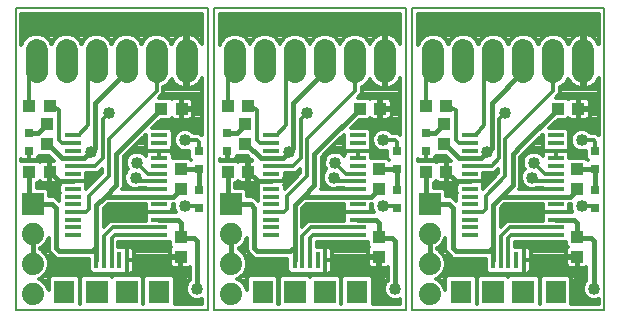
<source format=gtl>
G75*
%MOIN*%
%OFA0B0*%
%FSLAX24Y24*%
%IPPOS*%
%LPD*%
%AMOC8*
5,1,8,0,0,1.08239X$1,22.5*
%
%ADD10C,0.0050*%
%ADD11C,0.0740*%
%ADD12R,0.0740X0.0740*%
%ADD13C,0.0740*%
%ADD14R,0.0433X0.0394*%
%ADD15R,0.0394X0.0433*%
%ADD16R,0.0315X0.0315*%
%ADD17R,0.0138X0.0551*%
%ADD18R,0.0709X0.0748*%
%ADD19R,0.0748X0.0748*%
%ADD20R,0.0550X0.0137*%
%ADD21C,0.0140*%
%ADD22C,0.0160*%
%ADD23C,0.0400*%
%ADD24C,0.0120*%
D10*
X000203Y000628D02*
X006603Y000628D01*
X006603Y010678D01*
X000203Y010678D01*
X000203Y000628D01*
X006818Y000628D02*
X013218Y000628D01*
X013218Y010678D01*
X006818Y010678D01*
X006818Y000628D01*
X013432Y000628D02*
X019832Y000628D01*
X019832Y010678D01*
X013432Y010678D01*
X013432Y000628D01*
D11*
X014134Y008538D02*
X014134Y009278D01*
X015134Y009278D02*
X015134Y008538D01*
X016134Y008538D02*
X016134Y009278D01*
X017134Y009278D02*
X017134Y008538D01*
X018134Y008538D02*
X018134Y009278D01*
X019134Y009278D02*
X019134Y008538D01*
X012520Y008538D02*
X012520Y009278D01*
X011520Y009278D02*
X011520Y008538D01*
X010520Y008538D02*
X010520Y009278D01*
X009520Y009278D02*
X009520Y008538D01*
X008520Y008538D02*
X008520Y009278D01*
X007520Y009278D02*
X007520Y008538D01*
X005905Y008538D02*
X005905Y009278D01*
X004905Y009278D02*
X004905Y008538D01*
X003905Y008538D02*
X003905Y009278D01*
X002905Y009278D02*
X002905Y008538D01*
X001905Y008538D02*
X001905Y009278D01*
X000905Y009278D02*
X000905Y008538D01*
D12*
X000774Y004154D03*
X007389Y004154D03*
X014003Y004154D03*
D13*
X014003Y003154D03*
X014003Y002154D03*
X014003Y001154D03*
X007389Y001154D03*
X007389Y002154D03*
X007389Y003154D03*
X000774Y003154D03*
X000774Y002154D03*
X000774Y001154D03*
D14*
X000669Y005228D03*
X001338Y005228D03*
X005069Y007328D03*
X005738Y007328D03*
X007283Y007428D03*
X007952Y007428D03*
X011683Y007328D03*
X012352Y007328D03*
X013897Y007428D03*
X014566Y007428D03*
X018297Y007328D03*
X018966Y007328D03*
X014566Y005228D03*
X013897Y005228D03*
X007952Y005228D03*
X007283Y005228D03*
X001338Y007428D03*
X000669Y007428D03*
D15*
X001253Y006812D03*
X001253Y006143D03*
X005703Y005312D03*
X005703Y004643D03*
X005703Y003062D03*
X005703Y002393D03*
X012318Y002393D03*
X012318Y003062D03*
X012318Y004643D03*
X012318Y005312D03*
X014482Y006143D03*
X014482Y006812D03*
X018932Y005312D03*
X018932Y004643D03*
X018932Y003062D03*
X018932Y002393D03*
X007868Y006143D03*
X007868Y006812D03*
D16*
X007268Y006523D03*
X007268Y005932D03*
X006303Y005923D03*
X006303Y005332D03*
X006303Y004623D03*
X006303Y004032D03*
X000653Y005932D03*
X000653Y006523D03*
X012918Y005923D03*
X012918Y005332D03*
X013882Y005932D03*
X013882Y006523D03*
X012918Y004623D03*
X012918Y004032D03*
X019532Y004032D03*
X019532Y004623D03*
X019532Y005332D03*
X019532Y005923D03*
D17*
X017144Y002271D03*
X016888Y002271D03*
X016632Y002271D03*
X016376Y002271D03*
X016120Y002271D03*
X010529Y002271D03*
X010274Y002271D03*
X010018Y002271D03*
X009762Y002271D03*
X009506Y002271D03*
X003915Y002271D03*
X003659Y002271D03*
X003403Y002271D03*
X003148Y002271D03*
X002892Y002271D03*
D18*
X001829Y001228D03*
X004978Y001228D03*
X008443Y001228D03*
X011592Y001228D03*
X015057Y001228D03*
X018207Y001228D03*
D19*
X017132Y001228D03*
X016132Y001228D03*
X010518Y001228D03*
X009518Y001228D03*
X003903Y001228D03*
X002903Y001228D03*
D20*
X002114Y003114D03*
X002114Y003370D03*
X002114Y003626D03*
X002114Y003882D03*
X002114Y004138D03*
X002114Y004394D03*
X002114Y004650D03*
X002114Y004906D03*
X002114Y005161D03*
X002114Y005417D03*
X002114Y005673D03*
X002114Y005929D03*
X002114Y006185D03*
X002114Y006441D03*
X004993Y006441D03*
X004993Y006185D03*
X004993Y005929D03*
X004993Y005673D03*
X004993Y005417D03*
X004993Y005161D03*
X004993Y004906D03*
X004993Y004650D03*
X004993Y004394D03*
X004993Y004138D03*
X004993Y003882D03*
X004993Y003626D03*
X004993Y003370D03*
X004993Y003114D03*
X008728Y003114D03*
X008728Y003370D03*
X008728Y003626D03*
X008728Y003882D03*
X008728Y004138D03*
X008728Y004394D03*
X008728Y004650D03*
X008728Y004906D03*
X008728Y005161D03*
X008728Y005417D03*
X008728Y005673D03*
X008728Y005929D03*
X008728Y006185D03*
X008728Y006441D03*
X011607Y006441D03*
X011607Y006185D03*
X011607Y005929D03*
X011607Y005673D03*
X011607Y005417D03*
X011607Y005161D03*
X011607Y004906D03*
X011607Y004650D03*
X011607Y004394D03*
X011607Y004138D03*
X011607Y003882D03*
X011607Y003626D03*
X011607Y003370D03*
X011607Y003114D03*
X015342Y003114D03*
X015342Y003370D03*
X015342Y003626D03*
X015342Y003882D03*
X015342Y004138D03*
X015342Y004394D03*
X015342Y004650D03*
X015342Y004906D03*
X015342Y005161D03*
X015342Y005417D03*
X015342Y005673D03*
X015342Y005929D03*
X015342Y006185D03*
X015342Y006441D03*
X018221Y006441D03*
X018221Y006185D03*
X018221Y005929D03*
X018221Y005673D03*
X018221Y005417D03*
X018221Y005161D03*
X018221Y004906D03*
X018221Y004650D03*
X018221Y004394D03*
X018221Y004138D03*
X018221Y003882D03*
X018221Y003626D03*
X018221Y003370D03*
X018221Y003114D03*
D21*
X018565Y002876D02*
X017876Y002876D01*
X017854Y002898D01*
X016862Y002898D01*
X016862Y002716D01*
X017027Y002716D01*
X017032Y002711D01*
X017052Y002716D01*
X017144Y002716D01*
X017144Y002271D01*
X017383Y002271D01*
X017383Y002569D01*
X017371Y002612D01*
X017349Y002651D01*
X017317Y002682D01*
X017278Y002705D01*
X017235Y002716D01*
X017144Y002716D01*
X017144Y002271D01*
X017144Y002271D01*
X017144Y002271D01*
X017383Y002271D01*
X017383Y001973D01*
X017371Y001930D01*
X017349Y001891D01*
X017317Y001859D01*
X017278Y001837D01*
X017235Y001825D01*
X017144Y001825D01*
X017144Y002271D01*
X017144Y002271D01*
X017144Y001825D01*
X017052Y001825D01*
X017032Y001831D01*
X017027Y001825D01*
X015981Y001825D01*
X015881Y001925D01*
X015881Y002194D01*
X015870Y002221D01*
X015870Y002328D01*
X014832Y002328D01*
X014740Y002366D01*
X014670Y002436D01*
X014570Y002536D01*
X014532Y002628D01*
X014532Y003020D01*
X014460Y002848D01*
X014309Y002696D01*
X014253Y002673D01*
X014253Y002634D01*
X014309Y002611D01*
X014460Y002459D01*
X014543Y002261D01*
X014543Y002046D01*
X014460Y001848D01*
X014309Y001696D01*
X014207Y001654D01*
X014309Y001611D01*
X014460Y001459D01*
X014533Y001285D01*
X014533Y001672D01*
X014632Y001772D01*
X015482Y001772D01*
X015581Y001672D01*
X015581Y000823D01*
X015588Y000823D01*
X015588Y001672D01*
X015687Y001772D01*
X016576Y001772D01*
X016632Y001716D01*
X016687Y001772D01*
X017576Y001772D01*
X017676Y001672D01*
X017676Y000823D01*
X017682Y000823D01*
X017682Y001672D01*
X017782Y001772D01*
X018631Y001772D01*
X018731Y001672D01*
X018731Y000823D01*
X019637Y000823D01*
X019637Y000991D01*
X019555Y000958D01*
X019408Y000958D01*
X019272Y001014D01*
X019168Y001118D01*
X019112Y001254D01*
X019112Y001401D01*
X019168Y001537D01*
X019232Y001601D01*
X019232Y002040D01*
X019194Y002018D01*
X019151Y002006D01*
X018960Y002006D01*
X018960Y002364D01*
X018903Y002364D01*
X018903Y002006D01*
X018713Y002006D01*
X018669Y002018D01*
X018631Y002040D01*
X018599Y002072D01*
X018577Y002111D01*
X018565Y002154D01*
X018565Y002364D01*
X018903Y002364D01*
X018903Y002421D01*
X018565Y002421D01*
X018565Y002632D01*
X018577Y002675D01*
X018599Y002714D01*
X018613Y002728D01*
X018565Y002775D01*
X018565Y002876D01*
X018565Y002844D02*
X016862Y002844D01*
X017144Y002705D02*
X017144Y002705D01*
X017277Y002705D02*
X018594Y002705D01*
X018565Y002567D02*
X017383Y002567D01*
X017383Y002428D02*
X018565Y002428D01*
X018565Y002290D02*
X017383Y002290D01*
X017144Y002290D02*
X017144Y002290D01*
X017144Y002428D02*
X017144Y002428D01*
X017144Y002567D02*
X017144Y002567D01*
X017144Y002151D02*
X017144Y002151D01*
X017144Y002013D02*
X017144Y002013D01*
X017144Y001874D02*
X017144Y001874D01*
X017332Y001874D02*
X019232Y001874D01*
X019232Y002013D02*
X019174Y002013D01*
X018960Y002013D02*
X018903Y002013D01*
X018903Y002151D02*
X018960Y002151D01*
X018690Y002013D02*
X017383Y002013D01*
X017383Y002151D02*
X018566Y002151D01*
X018903Y002290D02*
X018960Y002290D01*
X019232Y001736D02*
X018667Y001736D01*
X018731Y001597D02*
X019228Y001597D01*
X019136Y001459D02*
X018731Y001459D01*
X018731Y001320D02*
X019112Y001320D01*
X019142Y001182D02*
X018731Y001182D01*
X018731Y001043D02*
X019243Y001043D01*
X019637Y000905D02*
X018731Y000905D01*
X017682Y000905D02*
X017676Y000905D01*
X017676Y001043D02*
X017682Y001043D01*
X017676Y001182D02*
X017682Y001182D01*
X017676Y001320D02*
X017682Y001320D01*
X017676Y001459D02*
X017682Y001459D01*
X017676Y001597D02*
X017682Y001597D01*
X017746Y001736D02*
X017612Y001736D01*
X016651Y001736D02*
X016612Y001736D01*
X015932Y001874D02*
X014471Y001874D01*
X014529Y002013D02*
X015881Y002013D01*
X015881Y002151D02*
X014543Y002151D01*
X014531Y002290D02*
X015870Y002290D01*
X015651Y001736D02*
X015518Y001736D01*
X015581Y001597D02*
X015588Y001597D01*
X015581Y001459D02*
X015588Y001459D01*
X015581Y001320D02*
X015588Y001320D01*
X015581Y001182D02*
X015588Y001182D01*
X015581Y001043D02*
X015588Y001043D01*
X015581Y000905D02*
X015588Y000905D01*
X014533Y001320D02*
X014518Y001320D01*
X014533Y001459D02*
X014461Y001459D01*
X014533Y001597D02*
X014323Y001597D01*
X014348Y001736D02*
X014596Y001736D01*
X014678Y002428D02*
X014473Y002428D01*
X014557Y002567D02*
X014353Y002567D01*
X014318Y002705D02*
X014532Y002705D01*
X014532Y002844D02*
X014456Y002844D01*
X014516Y002982D02*
X014532Y002982D01*
X016370Y003391D02*
X016370Y004012D01*
X016502Y004144D01*
X017776Y004144D01*
X017776Y003999D01*
X017782Y003993D01*
X017776Y003973D01*
X017776Y003882D01*
X018221Y003882D01*
X018221Y003882D01*
X017776Y003882D01*
X017776Y003791D01*
X017782Y003770D01*
X017776Y003765D01*
X017776Y003600D01*
X016579Y003600D01*
X016444Y003465D01*
X016370Y003391D01*
X016370Y003398D02*
X016377Y003398D01*
X016370Y003536D02*
X016515Y003536D01*
X016370Y003675D02*
X017776Y003675D01*
X017776Y003813D02*
X016370Y003813D01*
X016370Y003952D02*
X017776Y003952D01*
X017776Y004090D02*
X016448Y004090D01*
X016997Y004644D02*
X017032Y004728D01*
X017032Y005724D01*
X017243Y005935D01*
X017776Y006462D01*
X017776Y006046D01*
X017782Y006041D01*
X017776Y006020D01*
X017776Y005929D01*
X017776Y005838D01*
X017786Y005801D01*
X017776Y005764D01*
X017776Y005756D01*
X017691Y005841D01*
X017555Y005898D01*
X017408Y005898D01*
X017272Y005841D01*
X017168Y005737D01*
X017112Y005601D01*
X017112Y005454D01*
X017168Y005318D01*
X017184Y005303D01*
X017118Y005237D01*
X017062Y005101D01*
X017062Y004954D01*
X017118Y004818D01*
X017222Y004714D01*
X017358Y004658D01*
X017505Y004658D01*
X017549Y004676D01*
X017776Y004676D01*
X017776Y004650D01*
X018221Y004650D01*
X018221Y004650D01*
X017776Y004650D01*
X017776Y004644D01*
X016997Y004644D01*
X017776Y004644D01*
X017154Y004783D02*
X017032Y004783D01*
X017032Y004921D02*
X017075Y004921D01*
X017062Y005060D02*
X017032Y005060D01*
X017032Y005198D02*
X017102Y005198D01*
X017160Y005337D02*
X017032Y005337D01*
X017032Y005475D02*
X017112Y005475D01*
X017117Y005614D02*
X017032Y005614D01*
X017060Y005752D02*
X017183Y005752D01*
X017198Y005891D02*
X017391Y005891D01*
X017338Y006029D02*
X017779Y006029D01*
X017776Y005929D02*
X018221Y005929D01*
X017776Y005929D01*
X017776Y005891D02*
X017572Y005891D01*
X017478Y006168D02*
X017776Y006168D01*
X017776Y006306D02*
X017619Y006306D01*
X017759Y006445D02*
X017776Y006445D01*
X017997Y006679D02*
X018281Y006961D01*
X018584Y006961D01*
X018632Y007008D01*
X018646Y006995D01*
X018684Y006972D01*
X018728Y006961D01*
X018938Y006961D01*
X018938Y007299D01*
X018995Y007299D01*
X018995Y006961D01*
X019205Y006961D01*
X019249Y006972D01*
X019287Y006995D01*
X019319Y007026D01*
X019341Y007065D01*
X019353Y007108D01*
X019353Y007299D01*
X018995Y007299D01*
X018995Y007356D01*
X019353Y007356D01*
X019353Y007547D01*
X019341Y007590D01*
X019319Y007629D01*
X019287Y007660D01*
X019249Y007683D01*
X019205Y007694D01*
X018995Y007694D01*
X018995Y007356D01*
X018938Y007356D01*
X018938Y007694D01*
X018728Y007694D01*
X018684Y007683D01*
X018646Y007660D01*
X018632Y007647D01*
X018584Y007694D01*
X018224Y007694D01*
X018364Y007834D01*
X018364Y008025D01*
X018364Y008049D01*
X018440Y008080D01*
X018592Y008232D01*
X018633Y008332D01*
X018633Y008331D01*
X018672Y008255D01*
X018722Y008186D01*
X018782Y008126D01*
X018851Y008076D01*
X018927Y008037D01*
X019007Y008011D01*
X019091Y007998D01*
X019094Y007998D01*
X019094Y008868D01*
X019174Y008868D01*
X019174Y007998D01*
X019176Y007998D01*
X019260Y008011D01*
X019341Y008037D01*
X019417Y008076D01*
X019486Y008126D01*
X019546Y008186D01*
X019596Y008255D01*
X019634Y008331D01*
X019637Y008339D01*
X019637Y006448D01*
X019627Y006458D01*
X019577Y006508D01*
X019375Y006508D01*
X019291Y006591D01*
X019155Y006648D01*
X019008Y006648D01*
X018872Y006591D01*
X018768Y006487D01*
X018712Y006351D01*
X018712Y006204D01*
X018768Y006068D01*
X018872Y005964D01*
X019008Y005908D01*
X019155Y005908D01*
X019204Y005928D01*
X019204Y005695D01*
X019272Y005628D01*
X019271Y005627D01*
X019199Y005699D01*
X018666Y005699D01*
X018666Y005764D01*
X018656Y005801D01*
X018666Y005838D01*
X018666Y005929D01*
X018221Y005929D01*
X018221Y005929D01*
X018221Y005929D01*
X018221Y005912D01*
X018221Y005673D01*
X018221Y005673D01*
X018221Y005929D01*
X018221Y005929D01*
X018666Y005929D01*
X018666Y006020D01*
X018661Y006041D01*
X018666Y006046D01*
X018666Y006580D01*
X018567Y006679D01*
X017997Y006679D01*
X018039Y006722D02*
X019637Y006722D01*
X019637Y006583D02*
X019300Y006583D01*
X018864Y006583D02*
X018663Y006583D01*
X018666Y006445D02*
X018751Y006445D01*
X018712Y006306D02*
X018666Y006306D01*
X018666Y006168D02*
X018727Y006168D01*
X018664Y006029D02*
X018807Y006029D01*
X018666Y005891D02*
X019204Y005891D01*
X019204Y005752D02*
X018666Y005752D01*
X018221Y005752D02*
X018221Y005752D01*
X018221Y005891D02*
X018221Y005891D01*
X018180Y006860D02*
X019637Y006860D01*
X019637Y006999D02*
X019291Y006999D01*
X019353Y007137D02*
X019637Y007137D01*
X019637Y007276D02*
X019353Y007276D01*
X019353Y007414D02*
X019637Y007414D01*
X019637Y007553D02*
X019351Y007553D01*
X019218Y007691D02*
X019637Y007691D01*
X019637Y007830D02*
X018359Y007830D01*
X018364Y007968D02*
X019637Y007968D01*
X019637Y008107D02*
X019459Y008107D01*
X019174Y008107D02*
X019094Y008107D01*
X019094Y008245D02*
X019174Y008245D01*
X019174Y008384D02*
X019094Y008384D01*
X019094Y008522D02*
X019174Y008522D01*
X019174Y008661D02*
X019094Y008661D01*
X019094Y008799D02*
X019174Y008799D01*
X019174Y008948D02*
X019094Y008948D01*
X019094Y009818D01*
X019091Y009818D01*
X019007Y009805D01*
X018927Y009778D01*
X018851Y009740D01*
X018782Y009690D01*
X018722Y009630D01*
X018545Y009630D01*
X018592Y009584D02*
X018440Y009736D01*
X018241Y009818D01*
X018026Y009818D01*
X017828Y009736D01*
X017676Y009584D01*
X017634Y009482D01*
X017592Y009584D01*
X017440Y009736D01*
X017241Y009818D01*
X017026Y009818D01*
X016828Y009736D01*
X016676Y009584D01*
X016634Y009482D01*
X016592Y009584D01*
X016440Y009736D01*
X016241Y009818D01*
X016026Y009818D01*
X015828Y009736D01*
X015676Y009584D01*
X015634Y009482D01*
X015592Y009584D01*
X015440Y009736D01*
X015241Y009818D01*
X015026Y009818D01*
X014828Y009736D01*
X014676Y009584D01*
X014634Y009482D01*
X014592Y009584D01*
X014440Y009736D01*
X014241Y009818D01*
X014026Y009818D01*
X013828Y009736D01*
X013676Y009584D01*
X013627Y009465D01*
X013627Y010483D01*
X019637Y010483D01*
X019637Y009477D01*
X019634Y009485D01*
X019596Y009561D01*
X019546Y009630D01*
X019486Y009690D01*
X019417Y009740D01*
X019341Y009778D01*
X019260Y009805D01*
X019176Y009818D01*
X019174Y009818D01*
X019174Y008948D01*
X019174Y009076D02*
X019094Y009076D01*
X019094Y009215D02*
X019174Y009215D01*
X019174Y009353D02*
X019094Y009353D01*
X019094Y009492D02*
X019174Y009492D01*
X019174Y009630D02*
X019094Y009630D01*
X019094Y009769D02*
X019174Y009769D01*
X019360Y009769D02*
X019637Y009769D01*
X019637Y009907D02*
X013627Y009907D01*
X013627Y009769D02*
X013907Y009769D01*
X013722Y009630D02*
X013627Y009630D01*
X013627Y009492D02*
X013638Y009492D01*
X013023Y009492D02*
X013017Y009492D01*
X013020Y009485D02*
X012981Y009561D01*
X012932Y009630D01*
X012871Y009690D01*
X012803Y009740D01*
X012727Y009778D01*
X012646Y009805D01*
X012562Y009818D01*
X012560Y009818D01*
X012560Y008948D01*
X012480Y008948D01*
X012480Y009818D01*
X012477Y009818D01*
X012393Y009805D01*
X012312Y009778D01*
X012237Y009740D01*
X012168Y009690D01*
X012108Y009630D01*
X011931Y009630D01*
X011977Y009584D02*
X011826Y009736D01*
X011627Y009818D01*
X011412Y009818D01*
X011214Y009736D01*
X011062Y009584D01*
X011020Y009482D01*
X010977Y009584D01*
X010826Y009736D01*
X010627Y009818D01*
X010412Y009818D01*
X010214Y009736D01*
X010062Y009584D01*
X010020Y009482D01*
X009977Y009584D01*
X009826Y009736D01*
X009627Y009818D01*
X009412Y009818D01*
X009214Y009736D01*
X009062Y009584D01*
X009020Y009482D01*
X008977Y009584D01*
X008826Y009736D01*
X008627Y009818D01*
X008412Y009818D01*
X008214Y009736D01*
X008062Y009584D01*
X008020Y009482D01*
X007977Y009584D01*
X007826Y009736D01*
X007627Y009818D01*
X007412Y009818D01*
X007214Y009736D01*
X007062Y009584D01*
X007013Y009465D01*
X007013Y010483D01*
X013023Y010483D01*
X013023Y009477D01*
X013020Y009485D01*
X013023Y009630D02*
X012931Y009630D01*
X013023Y009769D02*
X012746Y009769D01*
X012560Y009769D02*
X012480Y009769D01*
X012293Y009769D02*
X011746Y009769D01*
X011977Y009584D02*
X012019Y009484D01*
X012019Y009485D01*
X012058Y009561D01*
X012108Y009630D01*
X012022Y009492D02*
X012016Y009492D01*
X012480Y009492D02*
X012560Y009492D01*
X012560Y009630D02*
X012480Y009630D01*
X012480Y009353D02*
X012560Y009353D01*
X012560Y009215D02*
X012480Y009215D01*
X012480Y009076D02*
X012560Y009076D01*
X012560Y008868D02*
X012560Y007998D01*
X012562Y007998D01*
X012646Y008011D01*
X012727Y008037D01*
X012803Y008076D01*
X012871Y008126D01*
X012932Y008186D01*
X012981Y008255D01*
X013020Y008331D01*
X013023Y008339D01*
X013023Y006448D01*
X013013Y006458D01*
X012963Y006508D01*
X012761Y006508D01*
X012677Y006591D01*
X012541Y006648D01*
X012394Y006648D01*
X012258Y006591D01*
X012154Y006487D01*
X012098Y006351D01*
X012098Y006204D01*
X012154Y006068D01*
X012258Y005964D01*
X012394Y005908D01*
X012541Y005908D01*
X012590Y005928D01*
X012590Y005695D01*
X012658Y005628D01*
X012657Y005627D01*
X012585Y005699D01*
X012052Y005699D01*
X012052Y005764D01*
X012042Y005801D01*
X012052Y005838D01*
X012052Y005929D01*
X011607Y005929D01*
X011607Y005929D01*
X011607Y005912D01*
X011607Y005673D01*
X011607Y005673D01*
X011607Y005929D01*
X011162Y005929D01*
X011162Y005838D01*
X011172Y005801D01*
X011162Y005764D01*
X011162Y005756D01*
X011077Y005841D01*
X010941Y005898D01*
X010794Y005898D01*
X010658Y005841D01*
X010554Y005737D01*
X010498Y005601D01*
X010498Y005454D01*
X010554Y005318D01*
X010569Y005303D01*
X010504Y005237D01*
X010448Y005101D01*
X010448Y004954D01*
X010504Y004818D01*
X010608Y004714D01*
X010744Y004658D01*
X010891Y004658D01*
X010935Y004676D01*
X011162Y004676D01*
X011162Y004650D01*
X011607Y004650D01*
X011607Y004650D01*
X011162Y004650D01*
X011162Y004644D01*
X010383Y004644D01*
X010418Y004728D01*
X010418Y005724D01*
X010629Y005935D01*
X011162Y006462D01*
X011162Y006046D01*
X011168Y006041D01*
X011162Y006020D01*
X011162Y005929D01*
X011607Y005929D01*
X011607Y005929D01*
X011607Y005929D01*
X012052Y005929D01*
X012052Y006020D01*
X012047Y006041D01*
X012052Y006046D01*
X012052Y006580D01*
X011952Y006679D01*
X011383Y006679D01*
X011667Y006961D01*
X011970Y006961D01*
X012018Y007008D01*
X012031Y006995D01*
X012070Y006972D01*
X012113Y006961D01*
X012324Y006961D01*
X012324Y007299D01*
X012381Y007299D01*
X012381Y007356D01*
X012739Y007356D01*
X012739Y007547D01*
X012727Y007590D01*
X012705Y007629D01*
X012673Y007660D01*
X012634Y007683D01*
X012591Y007694D01*
X012381Y007694D01*
X012381Y007356D01*
X012324Y007356D01*
X012324Y007694D01*
X012113Y007694D01*
X012070Y007683D01*
X012031Y007660D01*
X012018Y007647D01*
X011970Y007694D01*
X011610Y007694D01*
X011750Y007834D01*
X011750Y008025D01*
X011750Y008049D01*
X011826Y008080D01*
X011977Y008232D01*
X012019Y008332D01*
X012019Y008331D01*
X012058Y008255D01*
X012108Y008186D01*
X012168Y008126D01*
X012237Y008076D01*
X012312Y008037D01*
X012393Y008011D01*
X012477Y007998D01*
X012480Y007998D01*
X012480Y008868D01*
X012560Y008868D01*
X012560Y008799D02*
X012480Y008799D01*
X012480Y008661D02*
X012560Y008661D01*
X012560Y008522D02*
X012480Y008522D01*
X012480Y008384D02*
X012560Y008384D01*
X012560Y008245D02*
X012480Y008245D01*
X012480Y008107D02*
X012560Y008107D01*
X012845Y008107D02*
X013023Y008107D01*
X013023Y007968D02*
X011750Y007968D01*
X011745Y007830D02*
X013023Y007830D01*
X013023Y007691D02*
X012604Y007691D01*
X012737Y007553D02*
X013023Y007553D01*
X013023Y007414D02*
X012739Y007414D01*
X012739Y007299D02*
X012381Y007299D01*
X012381Y006961D01*
X012591Y006961D01*
X012634Y006972D01*
X012673Y006995D01*
X012705Y007026D01*
X012727Y007065D01*
X012739Y007108D01*
X012739Y007299D01*
X012739Y007276D02*
X013023Y007276D01*
X013023Y007137D02*
X012739Y007137D01*
X012677Y006999D02*
X013023Y006999D01*
X013023Y006860D02*
X011565Y006860D01*
X011425Y006722D02*
X013023Y006722D01*
X013023Y006583D02*
X012685Y006583D01*
X012250Y006583D02*
X012049Y006583D01*
X012052Y006445D02*
X012136Y006445D01*
X012098Y006306D02*
X012052Y006306D01*
X012052Y006168D02*
X012113Y006168D01*
X012050Y006029D02*
X012193Y006029D01*
X012052Y005891D02*
X012590Y005891D01*
X012590Y005752D02*
X012052Y005752D01*
X011607Y005752D02*
X011607Y005752D01*
X011607Y005891D02*
X011607Y005891D01*
X011162Y005891D02*
X010958Y005891D01*
X010777Y005891D02*
X010584Y005891D01*
X010569Y005752D02*
X010446Y005752D01*
X010418Y005614D02*
X010503Y005614D01*
X010498Y005475D02*
X010418Y005475D01*
X010418Y005337D02*
X010546Y005337D01*
X010488Y005198D02*
X010418Y005198D01*
X010418Y005060D02*
X010448Y005060D01*
X010461Y004921D02*
X010418Y004921D01*
X010418Y004783D02*
X010539Y004783D01*
X010383Y004644D02*
X011162Y004644D01*
X011162Y004144D02*
X011162Y003999D01*
X011168Y003993D01*
X011162Y003973D01*
X011162Y003882D01*
X011607Y003882D01*
X011607Y003882D01*
X012052Y003882D01*
X012052Y003973D01*
X012047Y003993D01*
X012052Y003999D01*
X012052Y004144D01*
X012098Y004144D01*
X012098Y004004D01*
X012151Y003876D01*
X012052Y003876D01*
X012052Y003882D01*
X011607Y003882D01*
X011607Y003882D01*
X011162Y003882D01*
X011162Y003791D01*
X011168Y003770D01*
X011162Y003765D01*
X011162Y003600D01*
X009965Y003600D01*
X009830Y003465D01*
X009756Y003391D01*
X009756Y004012D01*
X009887Y004144D01*
X011162Y004144D01*
X011162Y004090D02*
X009834Y004090D01*
X009756Y003952D02*
X011162Y003952D01*
X011162Y003813D02*
X009756Y003813D01*
X009756Y003675D02*
X011162Y003675D01*
X012052Y003952D02*
X012119Y003952D01*
X012098Y004090D02*
X012052Y004090D01*
X014147Y004694D02*
X014147Y004861D01*
X014184Y004861D01*
X014232Y004908D01*
X014246Y004895D01*
X014284Y004872D01*
X014328Y004861D01*
X014538Y004861D01*
X014538Y005199D01*
X014595Y005199D01*
X014595Y004861D01*
X014805Y004861D01*
X014849Y004872D01*
X014887Y004895D01*
X014897Y004905D01*
X014897Y004815D01*
X014903Y004794D01*
X014897Y004789D01*
X014897Y004265D01*
X014797Y004365D01*
X014706Y004404D01*
X014543Y004404D01*
X014543Y004594D01*
X014443Y004694D01*
X014147Y004694D01*
X014147Y004783D02*
X014897Y004783D01*
X014897Y004644D02*
X014493Y004644D01*
X014543Y004506D02*
X014897Y004506D01*
X014897Y004367D02*
X014794Y004367D01*
X014595Y004921D02*
X014538Y004921D01*
X014538Y005060D02*
X014595Y005060D01*
X014595Y005198D02*
X014538Y005198D01*
X014538Y005256D02*
X014538Y005594D01*
X014328Y005594D01*
X014284Y005583D01*
X014246Y005560D01*
X014232Y005547D01*
X014184Y005594D01*
X013627Y005594D01*
X013627Y005635D01*
X013659Y005616D01*
X013702Y005605D01*
X013873Y005605D01*
X013873Y005924D01*
X013891Y005924D01*
X013891Y005605D01*
X014062Y005605D01*
X014105Y005616D01*
X014144Y005639D01*
X014175Y005670D01*
X014198Y005709D01*
X014209Y005752D01*
X014554Y005752D01*
X014549Y005756D02*
X014711Y005594D01*
X014595Y005594D01*
X014595Y005256D01*
X014538Y005256D01*
X014538Y005337D02*
X014595Y005337D01*
X014595Y005475D02*
X014538Y005475D01*
X014692Y005614D02*
X014094Y005614D01*
X013891Y005614D02*
X013873Y005614D01*
X013669Y005614D02*
X013627Y005614D01*
X013873Y005752D02*
X013891Y005752D01*
X013891Y005891D02*
X013873Y005891D01*
X014209Y005762D02*
X014215Y005756D01*
X014549Y005756D01*
X014209Y005752D02*
X014209Y005762D01*
X015342Y004906D02*
X015787Y004906D01*
X015787Y004996D01*
X015782Y005017D01*
X015787Y005022D01*
X015787Y005187D01*
X016167Y005187D01*
X016302Y005322D01*
X016302Y005173D01*
X015787Y004658D01*
X015787Y004789D01*
X015782Y004794D01*
X015787Y004815D01*
X015787Y004905D01*
X015342Y004905D01*
X015342Y004906D01*
X015787Y004921D02*
X016050Y004921D01*
X015912Y004783D02*
X015787Y004783D01*
X015787Y005060D02*
X016189Y005060D01*
X016178Y005198D02*
X016302Y005198D01*
X018666Y004144D02*
X018666Y003999D01*
X018661Y003993D01*
X018666Y003973D01*
X018666Y003882D01*
X018221Y003882D01*
X018221Y003882D01*
X018666Y003882D01*
X018666Y003876D01*
X018765Y003876D01*
X018712Y004004D01*
X018712Y004144D01*
X018666Y004144D01*
X018666Y004090D02*
X018712Y004090D01*
X018734Y003952D02*
X018666Y003952D01*
X018622Y006999D02*
X018642Y006999D01*
X018938Y006999D02*
X018995Y006999D01*
X018995Y007137D02*
X018938Y007137D01*
X018938Y007276D02*
X018995Y007276D01*
X018995Y007414D02*
X018938Y007414D01*
X018938Y007553D02*
X018995Y007553D01*
X018995Y007691D02*
X018938Y007691D01*
X018715Y007691D02*
X018587Y007691D01*
X018466Y008107D02*
X018809Y008107D01*
X018679Y008245D02*
X018597Y008245D01*
X019589Y008245D02*
X019637Y008245D01*
X019631Y009492D02*
X019637Y009492D01*
X019637Y009630D02*
X019545Y009630D01*
X018907Y009769D02*
X018360Y009769D01*
X018592Y009584D02*
X018633Y009484D01*
X018633Y009485D01*
X018672Y009561D01*
X018722Y009630D01*
X018637Y009492D02*
X018630Y009492D01*
X017907Y009769D02*
X017360Y009769D01*
X017545Y009630D02*
X017722Y009630D01*
X017638Y009492D02*
X017630Y009492D01*
X016907Y009769D02*
X016360Y009769D01*
X016545Y009630D02*
X016722Y009630D01*
X016638Y009492D02*
X016630Y009492D01*
X015907Y009769D02*
X015360Y009769D01*
X015545Y009630D02*
X015722Y009630D01*
X015638Y009492D02*
X015630Y009492D01*
X014907Y009769D02*
X014360Y009769D01*
X014545Y009630D02*
X014722Y009630D01*
X014638Y009492D02*
X014630Y009492D01*
X013627Y010046D02*
X019637Y010046D01*
X019637Y010184D02*
X013627Y010184D01*
X013627Y010323D02*
X019637Y010323D01*
X019637Y010461D02*
X013627Y010461D01*
X013023Y010461D02*
X007013Y010461D01*
X007013Y010323D02*
X013023Y010323D01*
X013023Y010184D02*
X007013Y010184D01*
X007013Y010046D02*
X013023Y010046D01*
X013023Y009907D02*
X007013Y009907D01*
X007013Y009769D02*
X007293Y009769D01*
X007108Y009630D02*
X007013Y009630D01*
X007013Y009492D02*
X007024Y009492D01*
X006408Y009492D02*
X006403Y009492D01*
X006406Y009485D02*
X006367Y009561D01*
X006317Y009630D01*
X006408Y009630D01*
X006317Y009630D02*
X006257Y009690D01*
X006188Y009740D01*
X006113Y009778D01*
X006032Y009805D01*
X005948Y009818D01*
X005945Y009818D01*
X005945Y008948D01*
X005865Y008948D01*
X005865Y009818D01*
X005863Y009818D01*
X005779Y009805D01*
X005698Y009778D01*
X005622Y009740D01*
X005554Y009690D01*
X005494Y009630D01*
X005317Y009630D01*
X005363Y009584D02*
X005211Y009736D01*
X005013Y009818D01*
X004798Y009818D01*
X004600Y009736D01*
X004448Y009584D01*
X004405Y009482D01*
X004363Y009584D01*
X004211Y009736D01*
X004013Y009818D01*
X003798Y009818D01*
X003600Y009736D01*
X003448Y009584D01*
X003405Y009482D01*
X003363Y009584D01*
X003211Y009736D01*
X003013Y009818D01*
X002798Y009818D01*
X002600Y009736D01*
X002448Y009584D01*
X002405Y009482D01*
X002363Y009584D01*
X002211Y009736D01*
X002013Y009818D01*
X001798Y009818D01*
X001600Y009736D01*
X001448Y009584D01*
X001405Y009482D01*
X001363Y009584D01*
X001211Y009736D01*
X001013Y009818D01*
X000798Y009818D01*
X000600Y009736D01*
X000448Y009584D01*
X000398Y009465D01*
X000398Y010483D01*
X006408Y010483D01*
X006408Y009477D01*
X006406Y009485D01*
X005945Y009492D02*
X005865Y009492D01*
X005865Y009630D02*
X005945Y009630D01*
X005945Y009769D02*
X005865Y009769D01*
X005679Y009769D02*
X005132Y009769D01*
X005363Y009584D02*
X005405Y009484D01*
X005405Y009485D01*
X005444Y009561D01*
X005494Y009630D01*
X005408Y009492D02*
X005401Y009492D01*
X005865Y009353D02*
X005945Y009353D01*
X005945Y009215D02*
X005865Y009215D01*
X005865Y009076D02*
X005945Y009076D01*
X005945Y008868D02*
X005945Y007998D01*
X005948Y007998D01*
X006032Y008011D01*
X006113Y008037D01*
X006188Y008076D01*
X006257Y008126D01*
X006317Y008186D01*
X006367Y008255D01*
X006406Y008331D01*
X006408Y008339D01*
X006408Y006448D01*
X006399Y006458D01*
X006349Y006508D01*
X006147Y006508D01*
X006063Y006591D01*
X005927Y006648D01*
X005780Y006648D01*
X005644Y006591D01*
X005540Y006487D01*
X005483Y006351D01*
X005483Y006204D01*
X005540Y006068D01*
X005644Y005964D01*
X005780Y005908D01*
X005927Y005908D01*
X005976Y005928D01*
X005976Y005695D01*
X006043Y005628D01*
X006043Y005627D01*
X005971Y005699D01*
X005438Y005699D01*
X005438Y005764D01*
X005428Y005801D01*
X005438Y005838D01*
X005438Y005929D01*
X004993Y005929D01*
X004993Y005929D01*
X004993Y005673D01*
X004993Y005673D01*
X004993Y005912D01*
X004993Y005929D01*
X004993Y005929D01*
X005438Y005929D01*
X005438Y006020D01*
X005432Y006041D01*
X005438Y006046D01*
X005438Y006580D01*
X005338Y006679D01*
X004768Y006679D01*
X005053Y006961D01*
X005356Y006961D01*
X005403Y007008D01*
X005417Y006995D01*
X005456Y006972D01*
X005499Y006961D01*
X005710Y006961D01*
X005710Y007299D01*
X005767Y007299D01*
X005767Y007356D01*
X006125Y007356D01*
X006125Y007547D01*
X006113Y007590D01*
X006091Y007629D01*
X006059Y007660D01*
X006020Y007683D01*
X005977Y007694D01*
X005767Y007694D01*
X005767Y007356D01*
X005710Y007356D01*
X005710Y007694D01*
X005499Y007694D01*
X005456Y007683D01*
X005417Y007660D01*
X005403Y007647D01*
X005356Y007694D01*
X004996Y007694D01*
X005135Y007834D01*
X005135Y008025D01*
X005135Y008049D01*
X005211Y008080D01*
X005363Y008232D01*
X005405Y008332D01*
X005405Y008331D01*
X005444Y008255D01*
X005494Y008186D01*
X005554Y008126D01*
X005622Y008076D01*
X005698Y008037D01*
X005779Y008011D01*
X005863Y007998D01*
X005865Y007998D01*
X005865Y008868D01*
X005945Y008868D01*
X005945Y008799D02*
X005865Y008799D01*
X005865Y008661D02*
X005945Y008661D01*
X005945Y008522D02*
X005865Y008522D01*
X005865Y008384D02*
X005945Y008384D01*
X005945Y008245D02*
X005865Y008245D01*
X005865Y008107D02*
X005945Y008107D01*
X006231Y008107D02*
X006408Y008107D01*
X006408Y007968D02*
X005135Y007968D01*
X005131Y007830D02*
X006408Y007830D01*
X006408Y007691D02*
X005990Y007691D01*
X006123Y007553D02*
X006408Y007553D01*
X006408Y007414D02*
X006125Y007414D01*
X006125Y007299D02*
X005767Y007299D01*
X005767Y006961D01*
X005977Y006961D01*
X006020Y006972D01*
X006059Y006995D01*
X006091Y007026D01*
X006113Y007065D01*
X006125Y007108D01*
X006125Y007299D01*
X006125Y007276D02*
X006408Y007276D01*
X006408Y007137D02*
X006125Y007137D01*
X006063Y006999D02*
X006408Y006999D01*
X006408Y006860D02*
X004951Y006860D01*
X004811Y006722D02*
X006408Y006722D01*
X006408Y006583D02*
X006071Y006583D01*
X005636Y006583D02*
X005435Y006583D01*
X005438Y006445D02*
X005522Y006445D01*
X005483Y006306D02*
X005438Y006306D01*
X005438Y006168D02*
X005499Y006168D01*
X005435Y006029D02*
X005579Y006029D01*
X005438Y005891D02*
X005976Y005891D01*
X005976Y005752D02*
X005438Y005752D01*
X004993Y005752D02*
X004993Y005752D01*
X004993Y005891D02*
X004993Y005891D01*
X004993Y005929D02*
X004548Y005929D01*
X004548Y005838D01*
X004558Y005801D01*
X004548Y005764D01*
X004548Y005756D01*
X004463Y005841D01*
X004327Y005898D01*
X004180Y005898D01*
X004044Y005841D01*
X003940Y005737D01*
X003883Y005601D01*
X003883Y005454D01*
X003940Y005318D01*
X003955Y005303D01*
X003890Y005237D01*
X003833Y005101D01*
X003833Y004954D01*
X003890Y004818D01*
X003994Y004714D01*
X004130Y004658D01*
X004277Y004658D01*
X004320Y004676D01*
X004548Y004676D01*
X004548Y004650D01*
X004993Y004650D01*
X004993Y004650D01*
X004548Y004650D01*
X004548Y004644D01*
X003769Y004644D01*
X003803Y004728D01*
X003803Y005724D01*
X004014Y005935D01*
X004548Y006462D01*
X004548Y006046D01*
X004553Y006041D01*
X004548Y006020D01*
X004548Y005929D01*
X004993Y005929D01*
X004993Y005929D01*
X004548Y005891D02*
X004344Y005891D01*
X004163Y005891D02*
X003970Y005891D01*
X003955Y005752D02*
X003832Y005752D01*
X003803Y005614D02*
X003889Y005614D01*
X003883Y005475D02*
X003803Y005475D01*
X003803Y005337D02*
X003932Y005337D01*
X003874Y005198D02*
X003803Y005198D01*
X003803Y005060D02*
X003833Y005060D01*
X003847Y004921D02*
X003803Y004921D01*
X003803Y004783D02*
X003925Y004783D01*
X003769Y004644D02*
X004548Y004644D01*
X004548Y004144D02*
X004548Y003999D01*
X004553Y003993D01*
X004548Y003973D01*
X004548Y003882D01*
X004993Y003882D01*
X005438Y003882D01*
X005438Y003973D01*
X005432Y003993D01*
X005438Y003999D01*
X005438Y004144D01*
X005483Y004144D01*
X005483Y004004D01*
X005537Y003876D01*
X005438Y003876D01*
X005438Y003882D01*
X004993Y003882D01*
X004993Y003882D01*
X004993Y003882D01*
X004548Y003882D01*
X004548Y003791D01*
X004553Y003770D01*
X004548Y003765D01*
X004548Y003600D01*
X003351Y003600D01*
X003142Y003391D01*
X003142Y004012D01*
X003273Y004144D01*
X004548Y004144D01*
X004548Y004090D02*
X003220Y004090D01*
X003142Y003952D02*
X004548Y003952D01*
X004548Y003813D02*
X003142Y003813D01*
X003142Y003675D02*
X004548Y003675D01*
X005438Y003952D02*
X005505Y003952D01*
X005483Y004090D02*
X005438Y004090D01*
X007533Y004694D02*
X007533Y004861D01*
X007570Y004861D01*
X007618Y004908D01*
X007631Y004895D01*
X007670Y004872D01*
X007713Y004861D01*
X007924Y004861D01*
X007924Y005199D01*
X007981Y005199D01*
X007981Y004861D01*
X008191Y004861D01*
X008234Y004872D01*
X008273Y004895D01*
X008283Y004905D01*
X008283Y004815D01*
X008289Y004794D01*
X008283Y004789D01*
X008283Y004265D01*
X008183Y004365D01*
X008091Y004404D01*
X007929Y004404D01*
X007929Y004594D01*
X007829Y004694D01*
X007533Y004694D01*
X007533Y004783D02*
X008283Y004783D01*
X008283Y004644D02*
X007878Y004644D01*
X007929Y004506D02*
X008283Y004506D01*
X008283Y004367D02*
X008179Y004367D01*
X007981Y004921D02*
X007924Y004921D01*
X007924Y005060D02*
X007981Y005060D01*
X007981Y005198D02*
X007924Y005198D01*
X007924Y005256D02*
X007924Y005594D01*
X007713Y005594D01*
X007670Y005583D01*
X007631Y005560D01*
X007618Y005547D01*
X007570Y005594D01*
X007013Y005594D01*
X007013Y005635D01*
X007045Y005616D01*
X007088Y005605D01*
X007259Y005605D01*
X007259Y005924D01*
X007276Y005924D01*
X007276Y005605D01*
X007448Y005605D01*
X007491Y005616D01*
X007530Y005639D01*
X007561Y005670D01*
X007584Y005709D01*
X007595Y005752D01*
X007940Y005752D01*
X007935Y005756D02*
X008097Y005594D01*
X007981Y005594D01*
X007981Y005256D01*
X007924Y005256D01*
X007924Y005337D02*
X007981Y005337D01*
X007981Y005475D02*
X007924Y005475D01*
X008078Y005614D02*
X007480Y005614D01*
X007276Y005614D02*
X007259Y005614D01*
X007055Y005614D02*
X007013Y005614D01*
X007259Y005752D02*
X007276Y005752D01*
X007276Y005891D02*
X007259Y005891D01*
X007595Y005762D02*
X007600Y005756D01*
X007935Y005756D01*
X007595Y005752D02*
X007595Y005762D01*
X008728Y004906D02*
X009173Y004906D01*
X009173Y004996D01*
X009168Y005017D01*
X009173Y005022D01*
X009173Y005187D01*
X009553Y005187D01*
X009688Y005322D01*
X009688Y005173D01*
X009173Y004658D01*
X009173Y004789D01*
X009168Y004794D01*
X009173Y004815D01*
X009173Y004905D01*
X008728Y004905D01*
X008728Y004906D01*
X009173Y004921D02*
X009436Y004921D01*
X009574Y005060D02*
X009173Y005060D01*
X009173Y004783D02*
X009297Y004783D01*
X009563Y005198D02*
X009688Y005198D01*
X010724Y006029D02*
X011164Y006029D01*
X011162Y006168D02*
X010864Y006168D01*
X011004Y006306D02*
X011162Y006306D01*
X011162Y006445D02*
X011145Y006445D01*
X012008Y006999D02*
X012027Y006999D01*
X012324Y006999D02*
X012381Y006999D01*
X012381Y007137D02*
X012324Y007137D01*
X012324Y007276D02*
X012381Y007276D01*
X012381Y007414D02*
X012324Y007414D01*
X012324Y007553D02*
X012381Y007553D01*
X012381Y007691D02*
X012324Y007691D01*
X012101Y007691D02*
X011973Y007691D01*
X011852Y008107D02*
X012195Y008107D01*
X012065Y008245D02*
X011983Y008245D01*
X012974Y008245D02*
X013023Y008245D01*
X011024Y009492D02*
X011016Y009492D01*
X010931Y009630D02*
X011108Y009630D01*
X011293Y009769D02*
X010746Y009769D01*
X010293Y009769D02*
X009746Y009769D01*
X009931Y009630D02*
X010108Y009630D01*
X010024Y009492D02*
X010016Y009492D01*
X009293Y009769D02*
X008746Y009769D01*
X008931Y009630D02*
X009108Y009630D01*
X009024Y009492D02*
X009016Y009492D01*
X008293Y009769D02*
X007746Y009769D01*
X007931Y009630D02*
X008108Y009630D01*
X008024Y009492D02*
X008016Y009492D01*
X006408Y009769D02*
X006132Y009769D01*
X006408Y009907D02*
X000398Y009907D01*
X000398Y009769D02*
X000679Y009769D01*
X000494Y009630D02*
X000398Y009630D01*
X000398Y009492D02*
X000409Y009492D01*
X001132Y009769D02*
X001679Y009769D01*
X001494Y009630D02*
X001317Y009630D01*
X001401Y009492D02*
X001409Y009492D01*
X002132Y009769D02*
X002679Y009769D01*
X002494Y009630D02*
X002317Y009630D01*
X002401Y009492D02*
X002409Y009492D01*
X003132Y009769D02*
X003679Y009769D01*
X003494Y009630D02*
X003317Y009630D01*
X003401Y009492D02*
X003409Y009492D01*
X004132Y009769D02*
X004679Y009769D01*
X004494Y009630D02*
X004317Y009630D01*
X004401Y009492D02*
X004409Y009492D01*
X006408Y010046D02*
X000398Y010046D01*
X000398Y010184D02*
X006408Y010184D01*
X006408Y010323D02*
X000398Y010323D01*
X000398Y010461D02*
X006408Y010461D01*
X006360Y008245D02*
X006408Y008245D01*
X005580Y008107D02*
X005238Y008107D01*
X005369Y008245D02*
X005451Y008245D01*
X005487Y007691D02*
X005359Y007691D01*
X005710Y007691D02*
X005767Y007691D01*
X005767Y007553D02*
X005710Y007553D01*
X005710Y007414D02*
X005767Y007414D01*
X005767Y007276D02*
X005710Y007276D01*
X005710Y007137D02*
X005767Y007137D01*
X005767Y006999D02*
X005710Y006999D01*
X005413Y006999D02*
X005394Y006999D01*
X004548Y006445D02*
X004530Y006445D01*
X004548Y006306D02*
X004390Y006306D01*
X004250Y006168D02*
X004548Y006168D01*
X004550Y006029D02*
X004110Y006029D01*
X003073Y005322D02*
X003073Y005173D01*
X002559Y004658D01*
X002559Y004789D01*
X002554Y004794D01*
X002559Y004815D01*
X002559Y004905D01*
X002114Y004905D01*
X002114Y004906D01*
X002559Y004906D01*
X002559Y004996D01*
X002554Y005017D01*
X002559Y005022D01*
X002559Y005187D01*
X002939Y005187D01*
X003073Y005322D01*
X003073Y005198D02*
X002949Y005198D01*
X002960Y005060D02*
X002559Y005060D01*
X002559Y004921D02*
X002822Y004921D01*
X002683Y004783D02*
X002559Y004783D01*
X001675Y004794D02*
X001669Y004789D01*
X001669Y004265D01*
X001569Y004365D01*
X001477Y004404D01*
X001314Y004404D01*
X001314Y004594D01*
X001215Y004694D01*
X000919Y004694D01*
X000919Y004861D01*
X000956Y004861D01*
X001003Y004908D01*
X001017Y004895D01*
X001056Y004872D01*
X001099Y004861D01*
X001310Y004861D01*
X001310Y005199D01*
X001367Y005199D01*
X001367Y004861D01*
X001577Y004861D01*
X001620Y004872D01*
X001659Y004895D01*
X001669Y004905D01*
X001669Y004815D01*
X001675Y004794D01*
X001669Y004783D02*
X000919Y004783D01*
X001264Y004644D02*
X001669Y004644D01*
X001669Y004506D02*
X001314Y004506D01*
X001565Y004367D02*
X001669Y004367D01*
X001367Y004921D02*
X001310Y004921D01*
X001310Y005060D02*
X001367Y005060D01*
X001367Y005198D02*
X001310Y005198D01*
X001310Y005256D02*
X001310Y005594D01*
X001099Y005594D01*
X001056Y005583D01*
X001017Y005560D01*
X001003Y005547D01*
X000956Y005594D01*
X000398Y005594D01*
X000398Y005635D01*
X000430Y005616D01*
X000474Y005605D01*
X000645Y005605D01*
X000645Y005924D01*
X000662Y005924D01*
X000662Y005605D01*
X000833Y005605D01*
X000877Y005616D01*
X000915Y005639D01*
X000947Y005670D01*
X000969Y005709D01*
X000981Y005752D01*
X001325Y005752D01*
X001321Y005756D02*
X001483Y005594D01*
X001367Y005594D01*
X001367Y005256D01*
X001310Y005256D01*
X001310Y005337D02*
X001367Y005337D01*
X001367Y005475D02*
X001310Y005475D01*
X001464Y005614D02*
X000866Y005614D01*
X000662Y005614D02*
X000645Y005614D01*
X000441Y005614D02*
X000398Y005614D01*
X000645Y005752D02*
X000662Y005752D01*
X000662Y005891D02*
X000645Y005891D01*
X000981Y005762D02*
X000986Y005756D01*
X001321Y005756D01*
X000981Y005752D02*
X000981Y005762D01*
X003142Y003536D02*
X003287Y003536D01*
X003148Y003398D02*
X003142Y003398D01*
X003633Y002898D02*
X004626Y002898D01*
X004647Y002876D01*
X005337Y002876D01*
X005337Y002775D01*
X005384Y002728D01*
X005371Y002714D01*
X005348Y002675D01*
X005337Y002632D01*
X005337Y002421D01*
X005675Y002421D01*
X005675Y002364D01*
X005732Y002364D01*
X005732Y002006D01*
X005923Y002006D01*
X005966Y002018D01*
X006003Y002040D01*
X006003Y001601D01*
X005940Y001537D01*
X005883Y001401D01*
X005883Y001254D01*
X005940Y001118D01*
X006044Y001014D01*
X006180Y000958D01*
X006327Y000958D01*
X006408Y000991D01*
X006408Y000823D01*
X005503Y000823D01*
X005503Y001672D01*
X005403Y001772D01*
X004554Y001772D01*
X004454Y001672D01*
X004454Y000823D01*
X004448Y000823D01*
X004448Y001672D01*
X004348Y001772D01*
X003459Y001772D01*
X003403Y001716D01*
X003348Y001772D01*
X002459Y001772D01*
X002359Y001672D01*
X002359Y000823D01*
X002353Y000823D01*
X002353Y001672D01*
X002253Y001772D01*
X001404Y001772D01*
X001304Y001672D01*
X001304Y001285D01*
X001232Y001459D01*
X001080Y001611D01*
X000978Y001654D01*
X001080Y001696D01*
X001232Y001848D01*
X001314Y002046D01*
X001314Y002261D01*
X001232Y002459D01*
X001080Y002611D01*
X001024Y002634D01*
X001024Y002673D01*
X001080Y002696D01*
X001232Y002848D01*
X001303Y003020D01*
X001303Y002628D01*
X001342Y002536D01*
X001442Y002436D01*
X001512Y002366D01*
X001604Y002328D01*
X002642Y002328D01*
X002642Y002221D01*
X002653Y002194D01*
X002653Y001925D01*
X002752Y001825D01*
X003799Y001825D01*
X003804Y001831D01*
X003824Y001825D01*
X003915Y001825D01*
X003915Y002271D01*
X003915Y002716D01*
X003824Y002716D01*
X003804Y002711D01*
X003799Y002716D01*
X003633Y002716D01*
X003633Y002898D01*
X003633Y002844D02*
X005337Y002844D01*
X005366Y002705D02*
X004049Y002705D01*
X004050Y002705D02*
X004007Y002716D01*
X003915Y002716D01*
X003915Y002271D01*
X003915Y002271D01*
X003915Y002271D01*
X004154Y002271D01*
X004154Y002569D01*
X004143Y002612D01*
X004120Y002651D01*
X004089Y002682D01*
X004050Y002705D01*
X003915Y002705D02*
X003915Y002705D01*
X003915Y002567D02*
X003915Y002567D01*
X003915Y002428D02*
X003915Y002428D01*
X003915Y002290D02*
X003915Y002290D01*
X003915Y002271D02*
X003915Y002271D01*
X003915Y001825D01*
X004007Y001825D01*
X004050Y001837D01*
X004089Y001859D01*
X004120Y001891D01*
X004143Y001930D01*
X004154Y001973D01*
X004154Y002271D01*
X003915Y002271D01*
X003915Y002151D02*
X003915Y002151D01*
X003915Y002013D02*
X003915Y002013D01*
X003915Y001874D02*
X003915Y001874D01*
X004103Y001874D02*
X006003Y001874D01*
X006003Y002013D02*
X005946Y002013D01*
X005732Y002013D02*
X005675Y002013D01*
X005675Y002006D02*
X005675Y002364D01*
X005337Y002364D01*
X005337Y002154D01*
X005348Y002111D01*
X005371Y002072D01*
X005402Y002040D01*
X005441Y002018D01*
X005484Y002006D01*
X005675Y002006D01*
X005675Y002151D02*
X005732Y002151D01*
X005461Y002013D02*
X004154Y002013D01*
X004154Y002151D02*
X005337Y002151D01*
X005337Y002290D02*
X004154Y002290D01*
X004154Y002428D02*
X005337Y002428D01*
X005337Y002567D02*
X004154Y002567D01*
X002642Y002290D02*
X001303Y002290D01*
X001245Y002428D02*
X001449Y002428D01*
X001329Y002567D02*
X001125Y002567D01*
X001090Y002705D02*
X001303Y002705D01*
X001303Y002844D02*
X001228Y002844D01*
X001288Y002982D02*
X001303Y002982D01*
X001314Y002151D02*
X002653Y002151D01*
X002653Y002013D02*
X001300Y002013D01*
X001243Y001874D02*
X002704Y001874D01*
X002423Y001736D02*
X002289Y001736D01*
X002353Y001597D02*
X002359Y001597D01*
X002353Y001459D02*
X002359Y001459D01*
X002353Y001320D02*
X002359Y001320D01*
X002353Y001182D02*
X002359Y001182D01*
X002353Y001043D02*
X002359Y001043D01*
X002353Y000905D02*
X002359Y000905D01*
X001304Y001320D02*
X001290Y001320D01*
X001304Y001459D02*
X001233Y001459D01*
X001304Y001597D02*
X001095Y001597D01*
X001120Y001736D02*
X001368Y001736D01*
X003384Y001736D02*
X003423Y001736D01*
X004384Y001736D02*
X004518Y001736D01*
X004454Y001597D02*
X004448Y001597D01*
X004448Y001459D02*
X004454Y001459D01*
X004448Y001320D02*
X004454Y001320D01*
X004448Y001182D02*
X004454Y001182D01*
X004448Y001043D02*
X004454Y001043D01*
X004448Y000905D02*
X004454Y000905D01*
X005503Y000905D02*
X006408Y000905D01*
X006015Y001043D02*
X005503Y001043D01*
X005503Y001182D02*
X005913Y001182D01*
X005883Y001320D02*
X005503Y001320D01*
X005503Y001459D02*
X005907Y001459D01*
X006000Y001597D02*
X005503Y001597D01*
X005439Y001736D02*
X006003Y001736D01*
X005732Y002290D02*
X005675Y002290D01*
X007593Y001654D02*
X007694Y001696D01*
X007846Y001848D01*
X007929Y002046D01*
X007929Y002261D01*
X007846Y002459D01*
X007694Y002611D01*
X007639Y002634D01*
X007639Y002673D01*
X007694Y002696D01*
X007846Y002848D01*
X007918Y003020D01*
X007918Y002628D01*
X007956Y002536D01*
X008056Y002436D01*
X008126Y002366D01*
X008218Y002328D01*
X009256Y002328D01*
X009256Y002221D01*
X009267Y002194D01*
X009267Y001925D01*
X009367Y001825D01*
X010413Y001825D01*
X010418Y001831D01*
X010438Y001825D01*
X010529Y001825D01*
X010529Y002271D01*
X010529Y002716D01*
X010438Y002716D01*
X010418Y002711D01*
X010413Y002716D01*
X010248Y002716D01*
X010248Y002898D01*
X011240Y002898D01*
X011262Y002876D01*
X011951Y002876D01*
X011951Y002775D01*
X011999Y002728D01*
X011985Y002714D01*
X011962Y002675D01*
X011951Y002632D01*
X011951Y002421D01*
X012289Y002421D01*
X012289Y002364D01*
X012346Y002364D01*
X012346Y002006D01*
X012537Y002006D01*
X012580Y002018D01*
X012618Y002040D01*
X012618Y001601D01*
X012554Y001537D01*
X012498Y001401D01*
X012498Y001254D01*
X012554Y001118D01*
X012658Y001014D01*
X012794Y000958D01*
X012941Y000958D01*
X013023Y000991D01*
X013023Y000823D01*
X012117Y000823D01*
X012117Y001672D01*
X012017Y001772D01*
X011168Y001772D01*
X011068Y001672D01*
X011068Y000823D01*
X011062Y000823D01*
X011062Y001672D01*
X010962Y001772D01*
X010073Y001772D01*
X010018Y001716D01*
X009962Y001772D01*
X009073Y001772D01*
X008974Y001672D01*
X008974Y000823D01*
X008967Y000823D01*
X008967Y001672D01*
X008868Y001772D01*
X008018Y001772D01*
X007919Y001672D01*
X007919Y001285D01*
X007846Y001459D01*
X007694Y001611D01*
X007593Y001654D01*
X007709Y001597D02*
X007919Y001597D01*
X007919Y001459D02*
X007847Y001459D01*
X007904Y001320D02*
X007919Y001320D01*
X007982Y001736D02*
X007734Y001736D01*
X007857Y001874D02*
X009318Y001874D01*
X009267Y002013D02*
X007915Y002013D01*
X007929Y002151D02*
X009267Y002151D01*
X009256Y002290D02*
X007917Y002290D01*
X007859Y002428D02*
X008064Y002428D01*
X007943Y002567D02*
X007739Y002567D01*
X007704Y002705D02*
X007918Y002705D01*
X007918Y002844D02*
X007842Y002844D01*
X007902Y002982D02*
X007918Y002982D01*
X009756Y003398D02*
X009762Y003398D01*
X009756Y003536D02*
X009901Y003536D01*
X010248Y002844D02*
X011951Y002844D01*
X011980Y002705D02*
X010663Y002705D01*
X010664Y002705D02*
X010621Y002716D01*
X010529Y002716D01*
X010529Y002271D01*
X010529Y002271D01*
X010529Y002271D01*
X010529Y001825D01*
X010621Y001825D01*
X010664Y001837D01*
X010703Y001859D01*
X010734Y001891D01*
X010757Y001930D01*
X010768Y001973D01*
X010768Y002271D01*
X010768Y002569D01*
X010757Y002612D01*
X010734Y002651D01*
X010703Y002682D01*
X010664Y002705D01*
X010529Y002705D02*
X010529Y002705D01*
X010529Y002567D02*
X010529Y002567D01*
X010529Y002428D02*
X010529Y002428D01*
X010529Y002290D02*
X010529Y002290D01*
X010529Y002271D02*
X010768Y002271D01*
X010529Y002271D01*
X010529Y002271D01*
X010529Y002151D02*
X010529Y002151D01*
X010529Y002013D02*
X010529Y002013D01*
X010529Y001874D02*
X010529Y001874D01*
X010718Y001874D02*
X012618Y001874D01*
X012618Y002013D02*
X012560Y002013D01*
X012346Y002013D02*
X012289Y002013D01*
X012289Y002006D02*
X012289Y002364D01*
X011951Y002364D01*
X011951Y002154D01*
X011962Y002111D01*
X011985Y002072D01*
X012016Y002040D01*
X012055Y002018D01*
X012098Y002006D01*
X012289Y002006D01*
X012289Y002151D02*
X012346Y002151D01*
X012075Y002013D02*
X010768Y002013D01*
X010768Y002151D02*
X011952Y002151D01*
X011951Y002290D02*
X010768Y002290D01*
X010768Y002428D02*
X011951Y002428D01*
X011951Y002567D02*
X010768Y002567D01*
X010998Y001736D02*
X011132Y001736D01*
X011068Y001597D02*
X011062Y001597D01*
X011062Y001459D02*
X011068Y001459D01*
X011062Y001320D02*
X011068Y001320D01*
X011062Y001182D02*
X011068Y001182D01*
X011062Y001043D02*
X011068Y001043D01*
X011062Y000905D02*
X011068Y000905D01*
X012117Y000905D02*
X013023Y000905D01*
X012629Y001043D02*
X012117Y001043D01*
X012117Y001182D02*
X012528Y001182D01*
X012498Y001320D02*
X012117Y001320D01*
X012117Y001459D02*
X012521Y001459D01*
X012614Y001597D02*
X012117Y001597D01*
X012053Y001736D02*
X012618Y001736D01*
X012346Y002290D02*
X012289Y002290D01*
X010037Y001736D02*
X009998Y001736D01*
X009037Y001736D02*
X008904Y001736D01*
X008967Y001597D02*
X008974Y001597D01*
X008967Y001459D02*
X008974Y001459D01*
X008967Y001320D02*
X008974Y001320D01*
X008967Y001182D02*
X008974Y001182D01*
X008967Y001043D02*
X008974Y001043D01*
X008967Y000905D02*
X008974Y000905D01*
D22*
X007389Y002154D02*
X007389Y003154D01*
X008168Y002678D02*
X008268Y002578D01*
X009356Y002578D01*
X009506Y002728D01*
X009506Y004116D01*
X009784Y004394D01*
X010168Y004778D01*
X010168Y005828D01*
X010452Y006112D01*
X011683Y007328D01*
X010520Y008580D02*
X009468Y007528D01*
X009468Y006028D01*
X009318Y005878D01*
X009113Y005673D01*
X008728Y005673D01*
X008372Y005673D01*
X007902Y006143D01*
X007868Y006143D01*
X007578Y006523D02*
X007268Y006523D01*
X007578Y006523D02*
X007868Y006812D01*
X006303Y005332D02*
X006283Y005312D01*
X005703Y005312D01*
X006303Y005332D02*
X006303Y004623D01*
X005703Y004643D02*
X005454Y004394D01*
X004993Y004394D01*
X003170Y004394D01*
X003553Y004778D01*
X003553Y005828D01*
X003838Y006112D01*
X005069Y007328D01*
X003905Y008580D02*
X002853Y007528D01*
X002853Y006028D01*
X002703Y005878D01*
X002499Y005673D01*
X002114Y005673D01*
X001758Y005673D01*
X001288Y006143D01*
X001253Y006143D01*
X000964Y006523D02*
X000653Y006523D01*
X000964Y006523D02*
X001253Y006812D01*
X001338Y005228D02*
X001660Y004906D01*
X002114Y004906D01*
X002892Y004116D02*
X003170Y004394D01*
X002892Y004116D02*
X002892Y002728D01*
X002742Y002578D01*
X001653Y002578D01*
X001553Y002678D01*
X001553Y004028D01*
X001428Y004154D01*
X000774Y004154D01*
X000669Y004259D01*
X000669Y005228D01*
X000774Y003154D02*
X000774Y002154D01*
X002892Y002271D02*
X002892Y002728D01*
X004993Y003626D02*
X005605Y003626D01*
X005703Y003528D01*
X005703Y003062D01*
X005738Y003028D01*
X006153Y003028D01*
X006253Y002928D01*
X006253Y001328D01*
X008168Y002678D02*
X008168Y004028D01*
X008042Y004154D01*
X007389Y004154D01*
X007283Y004259D01*
X007283Y005228D01*
X007952Y005228D02*
X008274Y004906D01*
X008728Y004906D01*
X009784Y004394D02*
X011607Y004394D01*
X012068Y004394D01*
X012318Y004643D01*
X012918Y004623D02*
X012918Y005332D01*
X012898Y005312D01*
X012318Y005312D01*
X013897Y005228D02*
X013897Y004259D01*
X014003Y004154D01*
X014656Y004154D01*
X014782Y004028D01*
X014782Y002678D01*
X014882Y002578D01*
X015970Y002578D01*
X016120Y002728D01*
X016120Y004116D01*
X016398Y004394D01*
X016782Y004778D01*
X016782Y005828D01*
X017066Y006112D01*
X018297Y007328D01*
X017134Y008580D02*
X016082Y007528D01*
X016082Y006028D01*
X015932Y005878D01*
X015728Y005673D01*
X015342Y005673D01*
X014986Y005673D01*
X014516Y006143D01*
X014482Y006143D01*
X014192Y006523D02*
X013882Y006523D01*
X014192Y006523D02*
X014482Y006812D01*
X014566Y005228D02*
X014889Y004906D01*
X015342Y004906D01*
X016398Y004394D02*
X018221Y004394D01*
X018683Y004394D01*
X018932Y004643D01*
X019532Y004623D02*
X019532Y005332D01*
X019512Y005312D01*
X018932Y005312D01*
X018833Y003626D02*
X018221Y003626D01*
X018833Y003626D02*
X018932Y003528D01*
X018932Y003062D01*
X018966Y003028D01*
X019382Y003028D01*
X019482Y002928D01*
X019482Y001328D01*
X016120Y002271D02*
X016120Y002728D01*
X014003Y003154D02*
X014003Y002154D01*
X012868Y002928D02*
X012868Y001328D01*
X012868Y002928D02*
X012768Y003028D01*
X012352Y003028D01*
X012318Y003062D01*
X012318Y003528D01*
X012219Y003626D01*
X011607Y003626D01*
X009506Y002728D02*
X009506Y002271D01*
X010520Y008580D02*
X010520Y008908D01*
X017134Y008908D02*
X017134Y008580D01*
X003905Y008580D02*
X003905Y008908D01*
D23*
X003303Y007178D03*
X002703Y005878D03*
X004253Y005528D03*
X004203Y005028D03*
X005853Y004078D03*
X004303Y003828D03*
X001553Y004528D03*
X005853Y006278D03*
X008168Y004528D03*
X009318Y005878D03*
X010868Y005528D03*
X010818Y005028D03*
X012468Y004078D03*
X010918Y003828D03*
X014782Y004528D03*
X015932Y005878D03*
X017482Y005528D03*
X017432Y005028D03*
X019082Y004078D03*
X017532Y003828D03*
X018982Y001628D03*
X019482Y001328D03*
X012868Y001328D03*
X012368Y001628D03*
X006253Y001328D03*
X005753Y001628D03*
X012468Y006278D03*
X009918Y007178D03*
X016532Y007178D03*
X019082Y006278D03*
D24*
X019482Y006278D01*
X019532Y006228D01*
X019532Y005923D01*
X019527Y005928D01*
X018221Y005161D02*
X017848Y005161D01*
X017482Y005528D01*
X017432Y005028D02*
X017554Y004906D01*
X018221Y004906D01*
X019082Y004078D02*
X019477Y004078D01*
X019532Y004032D01*
X018221Y003370D02*
X016674Y003370D01*
X016376Y003072D01*
X016376Y002271D01*
X016632Y002271D02*
X016632Y003028D01*
X016732Y003128D01*
X018208Y003128D01*
X018221Y003114D01*
X015882Y003978D02*
X015782Y003878D01*
X015347Y003878D01*
X015342Y003882D01*
X015882Y003978D02*
X015882Y004428D01*
X016532Y005078D01*
X016532Y006328D01*
X018134Y007930D01*
X018134Y008908D01*
X016134Y008908D02*
X015832Y008606D01*
X015832Y006778D01*
X015545Y006441D01*
X015342Y006441D01*
X015342Y006185D02*
X014974Y006185D01*
X014882Y006278D01*
X014882Y007278D01*
X014832Y007328D01*
X014566Y007428D01*
X013897Y007428D02*
X013897Y008671D01*
X014134Y008908D01*
X011520Y008908D02*
X011520Y007930D01*
X009918Y006328D01*
X009918Y005078D01*
X009268Y004428D01*
X009268Y003978D01*
X009168Y003878D01*
X008733Y003878D01*
X008728Y003882D01*
X009762Y003072D02*
X010060Y003370D01*
X011607Y003370D01*
X011594Y003128D02*
X011607Y003114D01*
X011594Y003128D02*
X010118Y003128D01*
X010018Y003028D01*
X010018Y002271D01*
X009762Y002271D02*
X009762Y003072D01*
X012468Y004078D02*
X012863Y004078D01*
X012918Y004032D01*
X011607Y004906D02*
X010940Y004906D01*
X010818Y005028D01*
X011234Y005161D02*
X010868Y005528D01*
X011234Y005161D02*
X011607Y005161D01*
X012913Y005928D02*
X012918Y005923D01*
X012918Y006228D01*
X012868Y006278D01*
X012468Y006278D01*
X009918Y007178D02*
X009718Y006978D01*
X009718Y005678D01*
X009457Y005417D01*
X008728Y005417D01*
X008728Y006185D02*
X008360Y006185D01*
X008268Y006278D01*
X008268Y007278D01*
X008218Y007328D01*
X007952Y007428D01*
X007283Y007428D02*
X007283Y008671D01*
X007520Y008908D01*
X009218Y008606D02*
X009520Y008908D01*
X009218Y008606D02*
X009218Y006778D01*
X008931Y006441D01*
X008728Y006441D01*
X006303Y006228D02*
X006303Y005923D01*
X006299Y005928D01*
X006303Y006228D02*
X006253Y006278D01*
X005853Y006278D01*
X004620Y005161D02*
X004253Y005528D01*
X004620Y005161D02*
X004993Y005161D01*
X004993Y004906D02*
X004326Y004906D01*
X004203Y005028D01*
X003303Y005078D02*
X002653Y004428D01*
X002653Y003978D01*
X002553Y003878D01*
X002118Y003878D01*
X002114Y003882D01*
X003148Y003072D02*
X003446Y003370D01*
X004993Y003370D01*
X004979Y003128D02*
X004993Y003114D01*
X004979Y003128D02*
X003503Y003128D01*
X003403Y003028D01*
X003403Y002271D01*
X003148Y002271D02*
X003148Y003072D01*
X005853Y004078D02*
X006249Y004078D01*
X006303Y004032D01*
X003303Y005078D02*
X003303Y006328D01*
X004905Y007930D01*
X004905Y008908D01*
X002905Y008908D02*
X002603Y008606D01*
X002603Y006778D01*
X002317Y006441D01*
X002114Y006441D01*
X002114Y006185D02*
X001746Y006185D01*
X001653Y006278D01*
X001653Y007278D01*
X001603Y007328D01*
X001338Y007428D01*
X000669Y007428D02*
X000669Y008671D01*
X000905Y008908D01*
X003103Y006978D02*
X003303Y007178D01*
X003103Y006978D02*
X003103Y005678D01*
X002843Y005417D01*
X002114Y005417D01*
X015342Y005417D02*
X016072Y005417D01*
X016332Y005678D01*
X016332Y006978D01*
X016532Y007178D01*
M02*

</source>
